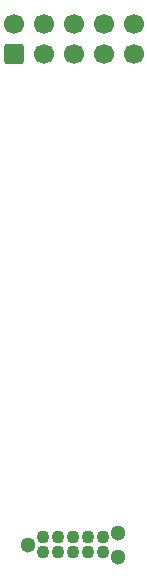
<source format=gbr>
%TF.GenerationSoftware,KiCad,Pcbnew,9.0.2*%
%TF.CreationDate,2026-01-15T08:15:22+01:00*%
%TF.ProjectId,Needle,4e656564-6c65-42e6-9b69-6361645f7063,rev?*%
%TF.SameCoordinates,Original*%
%TF.FileFunction,Soldermask,Bot*%
%TF.FilePolarity,Negative*%
%FSLAX46Y46*%
G04 Gerber Fmt 4.6, Leading zero omitted, Abs format (unit mm)*
G04 Created by KiCad (PCBNEW 9.0.2) date 2026-01-15 08:15:22*
%MOMM*%
%LPD*%
G01*
G04 APERTURE LIST*
G04 Aperture macros list*
%AMRoundRect*
0 Rectangle with rounded corners*
0 $1 Rounding radius*
0 $2 $3 $4 $5 $6 $7 $8 $9 X,Y pos of 4 corners*
0 Add a 4 corners polygon primitive as box body*
4,1,4,$2,$3,$4,$5,$6,$7,$8,$9,$2,$3,0*
0 Add four circle primitives for the rounded corners*
1,1,$1+$1,$2,$3*
1,1,$1+$1,$4,$5*
1,1,$1+$1,$6,$7*
1,1,$1+$1,$8,$9*
0 Add four rect primitives between the rounded corners*
20,1,$1+$1,$2,$3,$4,$5,0*
20,1,$1+$1,$4,$5,$6,$7,0*
20,1,$1+$1,$6,$7,$8,$9,0*
20,1,$1+$1,$8,$9,$2,$3,0*%
G04 Aperture macros list end*
%ADD10C,1.300000*%
%ADD11C,1.050000*%
%ADD12RoundRect,0.250000X0.600000X-0.600000X0.600000X0.600000X-0.600000X0.600000X-0.600000X-0.600000X0*%
%ADD13C,1.700000*%
%ADD14C,1.100000*%
%ADD15C,0.800000*%
G04 APERTURE END LIST*
D10*
%TO.C,REF\u002A\u002A*%
X133190000Y-91625000D03*
D11*
X133190000Y-91625000D03*
%TD*%
D10*
%TO.C,REF\u002A\u002A*%
X140810000Y-92640000D03*
D11*
X140810000Y-92640000D03*
%TD*%
D12*
%TO.C,REF\u002A\u002A*%
X131930000Y-50070000D03*
D13*
X131930000Y-47530000D03*
X134470000Y-50070000D03*
X134470000Y-47530000D03*
X137010000Y-50070000D03*
X137010000Y-47530000D03*
X139550000Y-50070000D03*
X139550000Y-47530000D03*
X142090000Y-50070000D03*
X142090000Y-47530000D03*
%TD*%
D14*
%TO.C,REF\u002A\u002A*%
X134460000Y-90990000D03*
D15*
X134460000Y-90990000D03*
%TD*%
D14*
%TO.C,REF\u002A\u002A*%
X138270000Y-90990000D03*
D15*
X138270000Y-90990000D03*
%TD*%
D14*
%TO.C,REF\u002A\u002A*%
X139540000Y-90990000D03*
D15*
X139540000Y-90990000D03*
%TD*%
%TO.C,REF\u002A\u002A*%
X134460000Y-92260000D03*
D14*
X134460000Y-92260000D03*
%TD*%
%TO.C,REF\u002A\u002A*%
X139540000Y-92260000D03*
D15*
X139540000Y-92260000D03*
%TD*%
D10*
%TO.C,REF\u002A\u002A*%
X140810000Y-90610000D03*
D11*
X140810000Y-90610000D03*
%TD*%
D14*
%TO.C,REF\u002A\u002A*%
X135730000Y-90990000D03*
D15*
X135730000Y-90990000D03*
%TD*%
D14*
%TO.C,REF\u002A\u002A*%
X138270000Y-92260000D03*
D15*
X138270000Y-92260000D03*
%TD*%
D14*
%TO.C,REF\u002A\u002A*%
X137000000Y-92260000D03*
D15*
X137000000Y-92260000D03*
%TD*%
D14*
%TO.C,REF\u002A\u002A*%
X137000000Y-90990000D03*
D15*
X137000000Y-90990000D03*
%TD*%
D14*
%TO.C,REF\u002A\u002A*%
X135730000Y-92260000D03*
D15*
X135730000Y-92260000D03*
%TD*%
M02*

</source>
